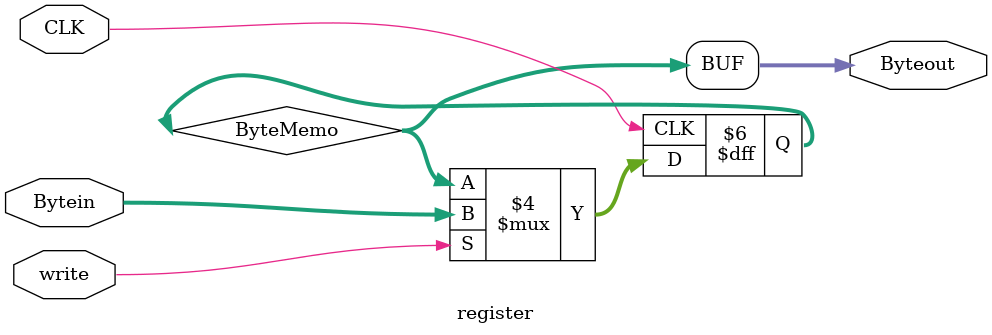
<source format=v>
`timescale 1ns / 1ps


module register(
   input CLK,write,
   input [7:0] Bytein,
   output [7:0] Byteout
    );
     reg [7:0]ByteMemo;
       always@(posedge CLK)
       if(write == 1)ByteMemo <= Bytein;
   
       assign Byteout = ByteMemo;
       
       initial begin
           ByteMemo = 8'b0; 
       end
endmodule

</source>
